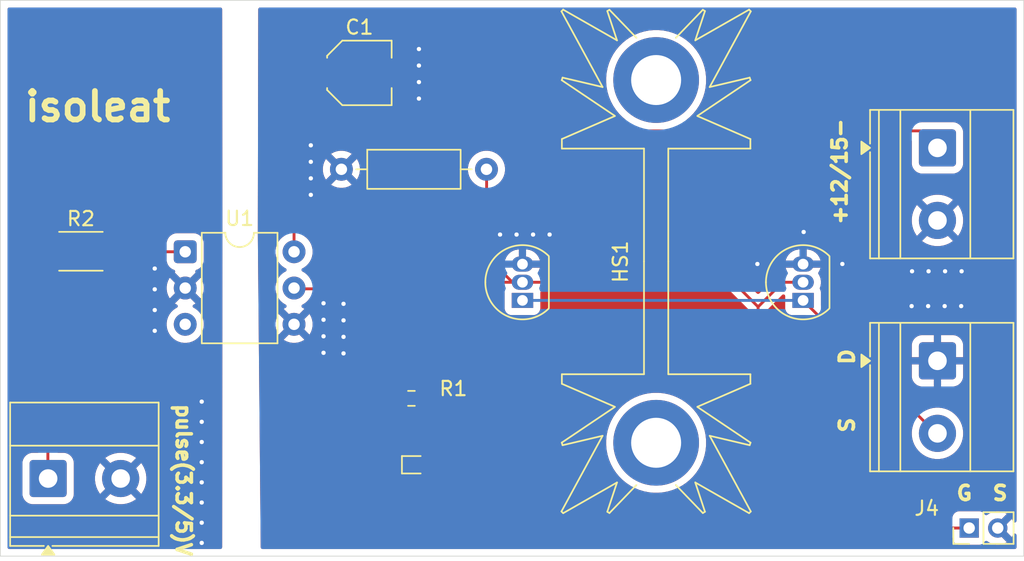
<source format=kicad_pcb>
(kicad_pcb (version 20241229) (generator "pcbnew") (generator_version "9.0")
  (layers (0 "F.Cu" signal) (2 "B.Cu" signal) (13 "F.Paste" user) (15 "B.Paste" user) (5 "F.SilkS" user "F.Silkscreen") (7 "B.SilkS" user "B.Silkscreen") (1 "F.Mask" user) (3 "B.Mask" user) (25 "Edge.Cuts" user))
  (net 0 "")
  (net 1 "GND")
  (net 2 "Net-(J2-Pin_1)")
  (net 3 "Net-(D1-K)")
  (net 4 "Net-(D1-A)")
  (net 5 "GND1")
  (net 6 "Net-(J1-Pin_1)")
  (net 7 "Net-(J3-Pin_2)")
  (net 8 "Net-(R2-Pad2)")
  (footprint "TerminalBlock_Phoenix:TerminalBlock_Phoenix_MKDS-1,5-2-5.08_1x02_P5.08mm_Horizontal" (layer "F.Cu") (at 181.09 95.32 -90)
    (property "Reference" "J3" (hide yes))
    (property "Value" "Screw_Terminal_01x02" (hide yes))
    (fp_line (start -2.66 4.72) (end -0.3 4.72) (stroke (width 0.12)) (layer "F.SilkS"))
    (fp_line (start 0.3 4.72) (end 7.74 4.72) (stroke (width 0.12)) (layer "F.SilkS"))
    (fp_line (start -2.66 4.1) (end 7.74 4.1) (stroke (width 0.12)) (layer "F.SilkS"))
    (fp_line (start -2.66 2.6) (end 7.74 2.6) (stroke (width 0.12)) (layer "F.SilkS"))
    (fp_line (start -2.66 -2.3) (end 7.74 -2.3) (stroke (width 0.12)) (layer "F.SilkS"))
    (fp_line (start -2.66 -5.32) (end -2.66 4.72) (stroke (width 0.12)) (layer "F.SilkS"))
    (fp_line (start -2.66 -5.32) (end 7.74 -5.32) (stroke (width 0.12)) (layer "F.SilkS"))
    (fp_line (start 7.74 -5.32) (end 7.74 4.72) (stroke (width 0.12)) (layer "F.SilkS"))
    (fp_poly (pts (xy 0 4.72) (xy 0.44 5.33) (xy -0.44 5.33)) (stroke (width 0.12)) (fill yes) (layer "F.SilkS"))
    (pad "1" thru_hole roundrect (at 0 0 270) (size 2.6 2.6) (drill 1.3) (layers "*.Cu" "*.Mask") (roundrect_rratio 0.096154) (net 1 "GND"))
    (pad "2" thru_hole circle (at 5.08 0 270) (size 2.6 2.6) (drill 1.3) (layers "*.Cu" "*.Mask") (net 7 "Net-(J3-Pin_2)"))
  )
  (footprint "Connector_PinHeader_2.00mm:PinHeader_1x02_P2.00mm_Vertical" (layer "F.Cu") (at 183.31 107.03 90)
    (property "Reference" "J4" (at 1.38 -2.97 180) (layer "F.SilkS"))
    (property "Value" "Conn_01x02" (hide yes))
    (fp_line (start -1.11 -1.11) (end 0 -1.11) (stroke (width 0.12)) (layer "F.SilkS"))
    (fp_line (start -1.11 0) (end -1.11 -1.11) (stroke (width 0.12)) (layer "F.SilkS"))
    (fp_line (start 1.11 1) (end 1.11 3.11) (stroke (width 0.12)) (layer "F.SilkS"))
    (fp_line (start -1.11 1) (end 1.11 1) (stroke (width 0.12)) (layer "F.SilkS"))
    (fp_line (start -1.11 1) (end -1.11 3.11) (stroke (width 0.12)) (layer "F.SilkS"))
    (fp_line (start -1.11 3.11) (end 1.11 3.11) (stroke (width 0.12)) (layer "F.SilkS"))
    (pad "1" thru_hole rect (at 0 0 90) (size 1.35 1.35) (drill 0.8) (layers "*.Cu" "*.Mask") (net 4 "Net-(D1-A)"))
    (pad "2" thru_hole circle (at 0 2 90) (size 1.35 1.35) (drill 0.8) (layers "*.Cu" "*.Mask") (net 1 "GND"))
  )
  (footprint "TerminalBlock_Phoenix:TerminalBlock_Phoenix_MKDS-1,5-2-5.08_1x02_P5.08mm_Horizontal" (layer "F.Cu") (at 118.815 103.5625)
    (property "Reference" "J1" (hide yes))
    (property "Value" "Screw_Terminal_01x02" (hide yes))
    (fp_line (start -2.66 -5.32) (end -2.66 4.72) (stroke (width 0.12)) (layer "F.SilkS"))
    (fp_line (start -2.66 -5.32) (end 7.74 -5.32) (stroke (width 0.12)) (layer "F.SilkS"))
    (fp_line (start -2.66 -2.3) (end 7.74 -2.3) (stroke (width 0.12)) (layer "F.SilkS"))
    (fp_line (start -2.66 2.6) (end 7.74 2.6) (stroke (width 0.12)) (layer "F.SilkS"))
    (fp_line (start -2.66 4.1) (end 7.74 4.1) (stroke (width 0.12)) (layer "F.SilkS"))
    (fp_line (start -2.66 4.72) (end -0.3 4.72) (stroke (width 0.12)) (layer "F.SilkS"))
    (fp_line (start 0.3 4.72) (end 7.74 4.72) (stroke (width 0.12)) (layer "F.SilkS"))
    (fp_line (start 7.74 -5.32) (end 7.74 4.72) (stroke (width 0.12)) (layer "F.SilkS"))
    (fp_poly (pts (xy 0 4.72) (xy 0.44 5.33) (xy -0.44 5.33)) (stroke (width 0.12)) (fill yes) (layer "F.SilkS"))
    (pad "1" thru_hole roundrect (at 0 0) (size 2.6 2.6) (drill 1.3) (layers "*.Cu" "*.Mask") (roundrect_rratio 0.096154) (net 6 "Net-(J1-Pin_1)"))
    (pad "2" thru_hole circle (at 5.08 0) (size 2.6 2.6) (drill 1.3) (layers "*.Cu" "*.Mask") (net 5 "GND1"))
  )
  (footprint "Diode_SMD:D_SOD-882" (layer "F.Cu") (at 144.4 102.6)
    (property "Reference" "D1" (hide yes))
    (property "Value" "D_Small")
    (fp_line (start -0.81 -0.61) (end -0.81 0.61) (stroke (width 0.12)) (layer "F.SilkS"))
    (fp_line (start -0.81 -0.61) (end 0.5 -0.61) (stroke (width 0.12)) (layer "F.SilkS"))
    (fp_line (start -0.81 0.61) (end 0.5 0.61) (stroke (width 0.12)) (layer "F.SilkS"))
    (pad "1" smd roundrect (at -0.35 0) (size 0.4 0.7) (layers "F.Cu" "F.Mask") (roundrect_rratio 0.125) (net 3 "Net-(D1-K)"))
    (pad "2" smd roundrect (at 0.35 0) (size 0.4 0.7) (layers "F.Cu" "F.Mask") (roundrect_rratio 0.125) (net 4 "Net-(D1-A)"))
  )
  (footprint "Package_TO_SOT_THT:TO-92_Inline" (layer "F.Cu") (at 171.68 91.09 90)
    (property "Reference" "Q2" (hide yes))
    (property "Value" "BS108" (hide yes))
    (fp_line (start -0.53 1.85) (end 3.07 1.85) (stroke (width 0.12)) (layer "F.SilkS"))
    (fp_arc (start 1.27 -2.6) (mid 3.672087 -0.994977) (end 3.108478 1.838478) (stroke (width 0.12)) (layer "F.SilkS"))
    (fp_arc (start -0.568478 1.838478) (mid -1.132087 -0.994977) (end 1.27 -2.6) (stroke (width 0.12)) (layer "F.SilkS"))
    (pad "1" thru_hole rect (at 0 0 90) (size 1.05 1.5) (drill 0.75) (layers "*.Cu" "*.Mask") (net 7 "Net-(J3-Pin_2)"))
    (pad "2" thru_hole oval (at 1.27 0 90) (size 1.05 1.5) (drill 0.75) (layers "*.Cu" "*.Mask") (net 4 "Net-(D1-A)"))
    (pad "3" thru_hole oval (at 2.54 0 90) (size 1.05 1.5) (drill 0.75) (layers "*.Cu" "*.Mask") (net 1 "GND"))
  )
  (footprint "Resistor_SMD:R_0603_1608Metric" (layer "F.Cu") (at 144.255 97.95)
    (property "Reference" "R1" (at 2.935 -0.68 0) (layer "F.SilkS"))
    (property "Value" "10")
    (fp_line (start -0.237258 -0.5225) (end 0.237258 -0.5225) (stroke (width 0.12)) (layer "F.SilkS"))
    (fp_line (start -0.237258 0.5225) (end 0.237258 0.5225) (stroke (width 0.12)) (layer "F.SilkS"))
    (pad "1" smd roundrect (at -0.825 0) (size 0.8 0.95) (layers "F.Cu" "F.Mask" "F.Paste") (net 3 "Net-(D1-K)"))
    (pad "2" smd roundrect (at 0.825 0) (size 0.8 0.95) (layers "F.Cu" "F.Mask" "F.Paste") (net 4 "Net-(D1-A)"))
  )
  (footprint "Package_TO_SOT_THT:TO-92_Inline" (layer "F.Cu") (at 152.03 91.09 90)
    (property "Reference" "Q1" (hide yes))
    (property "Value" "BS108" (hide yes))
    (fp_line (start -0.53 1.85) (end 3.07 1.85) (stroke (width 0.12)) (layer "F.SilkS"))
    (fp_arc (start 1.27 -2.6) (mid 3.672087 -0.994977) (end 3.108478 1.838478) (stroke (width 0.12)) (layer "F.SilkS"))
    (fp_arc (start -0.568478 1.838478) (mid -1.132087 -0.994977) (end 1.27 -2.6) (stroke (width 0.12)) (layer "F.SilkS"))
    (pad "1" thru_hole rect (at 0 0 90) (size 1.05 1.5) (drill 0.75) (layers "*.Cu" "*.Mask") (net 7 "Net-(J3-Pin_2)"))
    (pad "2" thru_hole oval (at 1.27 0 90) (size 1.05 1.5) (drill 0.75) (layers "*.Cu" "*.Mask") (net 4 "Net-(D1-A)"))
    (pad "3" thru_hole oval (at 2.54 0 90) (size 1.05 1.5) (drill 0.75) (layers "*.Cu" "*.Mask") (net 1 "GND"))
  )
  (footprint "Resistor_THT:R_Axial_DIN0207_L6.3mm_D2.5mm_P10.16mm_Horizontal" (layer "F.Cu") (at 139.35 81.91)
    (property "Reference" "R3" (hide yes))
    (property "Value" "10k")
    (fp_line (start 1.04 0) (end 1.81 0) (stroke (width 0.12)) (layer "F.SilkS"))
    (fp_line (start 9.12 0) (end 8.35 0) (stroke (width 0.12)) (layer "F.SilkS"))
    (fp_rect (start 1.81 -1.37) (end 8.35 1.37) (stroke (width 0.12)) (fill no) (layer "F.SilkS"))
    (pad "1" thru_hole circle (at 0 0) (size 1.6 1.6) (drill 0.8) (layers "*.Cu" "*.Mask") (net 1 "GND"))
    (pad "2" thru_hole circle (at 10.16 0) (size 1.6 1.6) (drill 0.8) (layers "*.Cu" "*.Mask") (net 4 "Net-(D1-A)"))
  )
  (footprint "TerminalBlock_Phoenix:TerminalBlock_Phoenix_MKDS-1,5-2-5.08_1x02_P5.08mm_Horizontal" (layer "F.Cu") (at 181.09 80.41 -90)
    (property "Reference" "J2" (hide yes))
    (property "Value" "Screw_Terminal_01x02" (hide yes))
    (fp_line (start -2.66 4.72) (end -0.3 4.72) (stroke (width 0.12)) (layer "F.SilkS"))
    (fp_line (start 0.3 4.72) (end 7.74 4.72) (stroke (width 0.12)) (layer "F.SilkS"))
    (fp_line (start -2.66 4.1) (end 7.74 4.1) (stroke (width 0.12)) (layer "F.SilkS"))
    (fp_line (start -2.66 2.6) (end 7.74 2.6) (stroke (width 0.12)) (layer "F.SilkS"))
    (fp_line (start -2.66 -2.3) (end 7.74 -2.3) (stroke (width 0.12)) (layer "F.SilkS"))
    (fp_line (start -2.66 -5.32) (end -2.66 4.72) (stroke (width 0.12)) (layer "F.SilkS"))
    (fp_line (start -2.66 -5.32) (end 7.74 -5.32) (stroke (width 0.12)) (layer "F.SilkS"))
    (fp_line (start 7.74 -5.32) (end 7.74 4.72) (stroke (width 0.12)) (layer "F.SilkS"))
    (fp_poly (pts (xy 0 4.72) (xy 0.44 5.33) (xy -0.44 5.33)) (stroke (width 0.12)) (fill yes) (layer "F.SilkS"))
    (pad "1" thru_hole roundrect (at 0 0 270) (size 2.6 2.6) (drill 1.3) (layers "*.Cu" "*.Mask") (roundrect_rratio 0.096154) (net 2 "Net-(J2-Pin_1)"))
    (pad "2" thru_hole circle (at 5.08 0 270) (size 2.6 2.6) (drill 1.3) (layers "*.Cu" "*.Mask") (net 1 "GND"))
  )
  (footprint "Heatsink:Heatsink_Fischer_SK104-STCB_35x13mm__2xDrill3.5mm_ScrewM3" (layer "F.Cu") (at 161.39 88.36 90)
    (property "Reference" "HS1" (at -0.025 -2.5 90) (layer "F.SilkS"))
    (property "Value" "Heatsink" (hide yes))
    (fp_line (start 17.51 -6.63) (end 17.63 -6.51) (stroke (width 0.12)) (layer "F.SilkS"))
    (fp_line (start -17.51 -6.63) (end -17.63 -6.51) (stroke (width 0.12)) (layer "F.SilkS"))
    (fp_line (start 12.69 -6.61) (end 12.87 -6.55) (stroke (width 0.12)) (layer "F.SilkS"))
    (fp_line (start -12.69 -6.61) (end -12.87 -6.55) (stroke (width 0.12)) (layer "F.SilkS"))
    (fp_line (start 8.57 -6.6) (end 10.18 -2.89) (stroke (width 0.12)) (layer "F.SilkS"))
    (fp_line (start 7.9 -6.6) (end 8.57 -6.6) (stroke (width 0.12)) (layer "F.SilkS"))
    (fp_line (start -7.9 -6.6) (end -8.57 -6.6) (stroke (width 0.12)) (layer "F.SilkS"))
    (fp_line (start -8.57 -6.6) (end -10.18 -2.89) (stroke (width 0.12)) (layer "F.SilkS"))
    (fp_line (start 12.87 -6.55) (end 12.21 -3.75) (stroke (width 0.12)) (layer "F.SilkS"))
    (fp_line (start -12.87 -6.55) (end -12.21 -3.75) (stroke (width 0.12)) (layer "F.SilkS"))
    (fp_line (start 17.63 -6.51) (end 15.48 -2.74) (stroke (width 0.12)) (layer "F.SilkS"))
    (fp_line (start -17.63 -6.51) (end -15.48 -2.74) (stroke (width 0.12)) (layer "F.SilkS"))
    (fp_line (start 12.21 -3.75) (end 17.51 -6.63) (stroke (width 0.12)) (layer "F.SilkS"))
    (fp_line (start -12.21 -3.75) (end -17.51 -6.63) (stroke (width 0.12)) (layer "F.SilkS"))
    (fp_line (start 17.53 -3.42) (end 17.62 -3.27) (stroke (width 0.12)) (layer "F.SilkS"))
    (fp_line (start -17.53 -3.42) (end -17.62 -3.27) (stroke (width 0.12)) (layer "F.SilkS"))
    (fp_line (start 17.62 -3.27) (end 15.66 -1.38) (stroke (width 0.12)) (layer "F.SilkS"))
    (fp_line (start -17.62 -3.27) (end -15.66 -1.38) (stroke (width 0.12)) (layer "F.SilkS"))
    (fp_line (start 10.19 -2.89) (end 12.69 -6.61) (stroke (width 0.12)) (layer "F.SilkS"))
    (fp_line (start -10.19 -2.89) (end -12.69 -6.61) (stroke (width 0.12)) (layer "F.SilkS"))
    (fp_line (start 15.48 -2.74) (end 17.53 -3.42) (stroke (width 0.12)) (layer "F.SilkS"))
    (fp_line (start -15.48 -2.74) (end -17.53 -3.42) (stroke (width 0.12)) (layer "F.SilkS"))
    (fp_line (start 7.9 -0.85) (end 7.9 -6.6) (stroke (width 0.12)) (layer "F.SilkS"))
    (fp_line (start 0 -0.85) (end 7.9 -0.85) (stroke (width 0.12)) (layer "F.SilkS"))
    (fp_line (start 0 -0.85) (end -7.9 -0.85) (stroke (width 0.12)) (layer "F.SilkS"))
    (fp_line (start -7.9 -0.85) (end -7.9 -6.6) (stroke (width 0.12)) (layer "F.SilkS"))
    (fp_line (start 7.9 0.85) (end 7.9 6.6) (stroke (width 0.12)) (layer "F.SilkS"))
    (fp_line (start 0 0.85) (end 7.9 0.85) (stroke (width 0.12)) (layer "F.SilkS"))
    (fp_line (start 0 0.85) (end -7.9 0.85) (stroke (width 0.12)) (layer "F.SilkS"))
    (fp_line (start -7.9 0.85) (end -7.9 6.6) (stroke (width 0.12)) (layer "F.SilkS"))
    (fp_line (start 15.48 2.74) (end 17.53 3.42) (stroke (width 0.12)) (layer "F.SilkS"))
    (fp_line (start -15.48 2.74) (end -17.53 3.42) (stroke (width 0.12)) (layer "F.SilkS"))
    (fp_line (start 10.19 2.89) (end 12.69 6.61) (stroke (width 0.12)) (layer "F.SilkS"))
    (fp_line (start -10.19 2.89) (end -12.69 6.61) (stroke (width 0.12)) (layer "F.SilkS"))
    (fp_line (start 17.62 3.27) (end 15.66 1.38) (stroke (width 0.12)) (layer "F.SilkS"))
    (fp_line (start -17.62 3.27) (end -15.66 1.38) (stroke (width 0.12)) (layer "F.SilkS"))
    (fp_line (start 17.53 3.42) (end 17.62 3.27) (stroke (width 0.12)) (layer "F.SilkS"))
    (fp_line (start -17.53 3.42) (end -17.62 3.27) (stroke (width 0.12)) (layer "F.SilkS"))
    (fp_line (start 12.21 3.75) (end 17.51 6.63) (stroke (width 0.12)) (layer "F.SilkS"))
    (fp_line (start -12.21 3.75) (end -17.51 6.63) (stroke (width 0.12)) (layer "F.SilkS"))
    (fp_line (start 17.63 6.51) (end 15.48 2.74) (stroke (width 0.12)) (layer "F.SilkS"))
    (fp_line (start -17.63 6.51) (end -15.48 2.74) (stroke (width 0.12)) (layer "F.SilkS"))
    (fp_line (start 12.87 6.55) (end 12.21 3.75) (stroke (width 0.12)) (layer "F.SilkS"))
    (fp_line (start -12.87 6.55) (end -12.21 3.75) (stroke (width 0.12)) (layer "F.SilkS"))
    (fp_line (start 8.57 6.6) (end 10.18 2.89) (stroke (width 0.12)) (layer "F.SilkS"))
    (fp_line (start 7.9 6.6) (end 8.57 6.6) (stroke (width 0.12)) (layer "F.SilkS"))
    (fp_line (start -7.9 6.6) (end -8.57 6.6) (stroke (width 0.12)) (layer "F.SilkS"))
    (fp_line (start -8.57 6.6) (end -10.18 2.89) (stroke (width 0.12)) (layer "F.SilkS"))
    (fp_line (start 12.69 6.61) (end 12.87 6.55) (stroke (width 0.12)) (layer "F.SilkS"))
    (fp_line (start -12.69 6.61) (end -12.87 6.55) (stroke (width 0.12)) (layer "F.SilkS"))
    (fp_line (start 17.51 6.63) (end 17.63 6.51) (stroke (width 0.12)) (layer "F.SilkS"))
    (fp_line (start -17.51 6.63) (end -17.63 6.51) (stroke (width 0.12)) (layer "F.SilkS"))
    (pad "1" thru_hole circle (at -12.7 0 270) (size 6 6) (drill 3.5) (layers "*.Cu" "*.Mask"))
    (pad "1" thru_hole circle (at 12.7 0 90) (size 6 6) (drill 3.5) (layers "*.Cu" "*.Mask"))
  )
  (footprint "Resistor_SMD:R_2010_5025Metric" (layer "F.Cu") (at 121.11 87.65)
    (property "Reference" "R2" (at 0 -2.28 0) (layer "F.SilkS"))
    (property "Value" "220")
    (fp_line (start -1.527064 -1.36) (end 1.527064 -1.36) (stroke (width 0.12)) (layer "F.SilkS"))
    (fp_line (start -1.527064 1.36) (end 1.527064 1.36) (stroke (width 0.12)) (layer "F.SilkS"))
    (pad "1" smd roundrect (at -2.3125 0) (size 1.225 2.65) (layers "F.Cu" "F.Mask" "F.Paste") (roundrect_rratio 0.204082) (net 6 "Net-(J1-Pin_1)"))
    (pad "2" smd roundrect (at 2.3125 0) (size 1.225 2.65) (layers "F.Cu" "F.Mask" "F.Paste") (roundrect_rratio 0.204082) (net 8 "Net-(R2-Pad2)"))
  )
  (footprint "Capacitor_SMD:C_Elec_4x5.4" (layer "F.Cu") (at 140.61 75.16)
    (property "Reference" "C1" (at 0 -3.2 0) (layer "F.SilkS"))
    (property "Value" "100n")
    (fp_line (start -2.26 -1.195563) (end -2.26 -1.06) (stroke (width 0.12)) (layer "F.SilkS"))
    (fp_line (start -2.26 -1.195563) (end -1.195563 -2.26) (stroke (width 0.12)) (layer "F.SilkS"))
    (fp_line (start -2.26 1.195563) (end -2.26 1.06) (stroke (width 0.12)) (layer "F.SilkS"))
    (fp_line (start -2.26 1.195563) (end -1.195563 2.26) (stroke (width 0.12)) (layer "F.SilkS"))
    (fp_line (start -1.195563 -2.26) (end 2.26 -2.26) (stroke (width 0.12)) (layer "F.SilkS"))
    (fp_line (start -1.195563 2.26) (end 2.26 2.26) (stroke (width 0.12)) (layer "F.SilkS"))
    (fp_line (start 2.26 -2.26) (end 2.26 -1.06) (stroke (width 0.12)) (layer "F.SilkS"))
    (fp_line (start 2.26 2.26) (end 2.26 1.06) (stroke (width 0.12)) (layer "F.SilkS"))
    (pad "1" smd roundrect (at -1.675 0) (size 2.65 1.6) (layers "F.Cu" "F.Mask" "F.Paste") (roundrect_rratio 0.15625) (net 2 "Net-(J2-Pin_1)"))
    (pad "2" smd roundrect (at 1.675 0) (size 2.65 1.6) (layers "F.Cu" "F.Mask" "F.Paste") (roundrect_rratio 0.15625) (net 1 "GND"))
  )
  (footprint "Package_DIP:DIP-6_W7.62mm" (layer "F.Cu") (at 128.415 87.685)
    (property "Reference" "U1" (at 3.81 -2.33 0) (layer "F.SilkS"))
    (property "Value" "TLP3545")
    (fp_line (start 1.16 -1.33) (end 1.16 6.41) (stroke (width 0.12)) (layer "F.SilkS"))
    (fp_line (start 1.16 6.41) (end 6.46 6.41) (stroke (width 0.12)) (layer "F.SilkS"))
    (fp_line (start 2.81 -1.33) (end 1.16 -1.33) (stroke (width 0.12)) (layer "F.SilkS"))
    (fp_line (start 6.46 -1.33) (end 4.81 -1.33) (stroke (width 0.12)) (layer "F.SilkS"))
    (fp_line (start 6.46 6.41) (end 6.46 -1.33) (stroke (width 0.12)) (layer "F.SilkS"))
    (fp_arc (start 4.81 -1.33) (mid 3.81 -0.33) (end 2.81 -1.33) (stroke (width 0.12)) (layer "F.SilkS"))
    (pad "1" thru_hole roundrect (at 0 0) (size 1.6 1.6) (drill 0.8) (layers "*.Cu" "*.Mask") (roundrect_rratio 0.15625) (net 8 "Net-(R2-Pad2)"))
    (pad "2" thru_hole circle (at 0 2.54) (size 1.6 1.6) (drill 0.8) (layers "*.Cu" "*.Mask") (net 5 "GND1"))
    (pad "3" thru_hole circle (at 0 5.08) (size 1.6 1.6) (drill 0.8) (layers "*.Cu" "*.Mask"))
    (pad "4" thru_hole circle (at 7.62 5.08) (size 1.6 1.6) (drill 0.8) (layers "*.Cu" "*.Mask") (net 1 "GND"))
    (pad "5" thru_hole circle (at 7.62 2.54) (size 1.6 1.6) (drill 0.8) (layers "*.Cu" "*.Mask") (net 3 "Net-(D1-K)"))
    (pad "6" thru_hole circle (at 7.62 0) (size 1.6 1.6) (drill 0.8) (layers "*.Cu" "*.Mask") (net 2 "Net-(J2-Pin_1)"))
  )
  (gr_rect (start 115.47 70.08) (end 187.13 109) (stroke (width 0.05)) (fill no) (layer "Edge.Cuts"))
  (gr_text "isoleat" (at 116.97 78.69 0) (layer "F.SilkS") (effects (font (size 2 2) (thickness 0.4) (bold yes)) (justify left bottom)))
  (gr_text "G  S" (at 182.31 105.17 0) (layer "F.SilkS") (effects (font (size 1 1) (thickness 0.25) (bold yes)) (justify left bottom)))
  (gr_text "S     D" (at 175.34 100.46 90) (layer "F.SilkS") (effects (font (size 1 1) (thickness 0.25) (bold yes)) (justify left bottom)))
  (gr_text "pulse(3.3/5)V" (at 127.71 98.22 270) (layer "F.SilkS") (effects (font (size 1 1) (thickness 0.25) (bold yes)) (justify left bottom)))
  (gr_text "+12/15-" (at 174.83 85.9 90) (layer "F.SilkS") (effects (font (size 1 1) (thickness 0.25) (bold yes)) (justify left bottom)))
  (via (at 138.1 94.76) (size 0.6) (drill 0.3) (layers "F.Cu" "B.Cu") (net 1))
  (via (at 150.46 86.48) (size 0.6) (drill 0.3) (layers "F.Cu" "B.Cu") (net 1))
  (via (at 144.78 76.96) (size 0.6) (drill 0.3) (layers "F.Cu" "B.Cu") (net 1))
  (via (at 179.31 89.05) (size 0.6) (drill 0.3) (layers "F.Cu" "B.Cu") (net 1))
  (via (at 137.21 82.543333) (size 0.6) (drill 0.3) (layers "F.Cu" "B.Cu") (net 1))
  (via (at 138.1 93.603333) (size 0.6) (drill 0.3) (layers "F.Cu" "B.Cu") (net 1))
  (via (at 137.21 80.23) (size 0.6) (drill 0.3) (layers "F.Cu" "B.Cu") (net 1))
  (via (at 144.78 75.803333) (size 0.6) (drill 0.3) (layers "F.Cu" "B.Cu") (net 1))
  (via (at 137.21 83.7) (size 0.6) (drill 0.3) (layers "F.Cu" "B.Cu") (net 1))
  (via (at 139.5 93.643333) (size 0.6) (drill 0.3) (layers "F.Cu" "B.Cu") (net 1))
  (via (at 171.72 86.3) (size 0.6) (drill 0.3) (layers "F.Cu" "B.Cu") (net 1))
  (via (at 174.43 88.54) (size 0.6) (drill 0.3) (layers "F.Cu" "B.Cu") (net 1))
  (via (at 139.5 91.33) (size 0.6) (drill 0.3) (layers "F.Cu" "B.Cu") (net 1))
  (via (at 151.616667 86.48) (size 0.6) (drill 0.3) (layers "F.Cu" "B.Cu") (net 1))
  (via (at 139.5 94.8) (size 0.6) (drill 0.3) (layers "F.Cu" "B.Cu") (net 1))
  (via (at 180.436667 91.49) (size 0.6) (drill 0.3) (layers "F.Cu" "B.Cu") (net 1))
  (via (at 152.773333 86.48) (size 0.6) (drill 0.3) (layers "F.Cu" "B.Cu") (net 1))
  (via (at 168.48 88.54) (size 0.6) (drill 0.3) (layers "F.Cu" "B.Cu") (net 1))
  (via (at 182.75 91.49) (size 0.6) (drill 0.3) (layers "F.Cu" "B.Cu") (net 1))
  (via (at 137.21 81.386667) (size 0.6) (drill 0.3) (layers "F.Cu" "B.Cu") (net 1))
  (via (at 139.5 92.486667) (size 0.6) (drill 0.3) (layers "F.Cu" "B.Cu") (net 1))
  (via (at 179.28 91.49) (size 0.6) (drill 0.3) (layers "F.Cu" "B.Cu") (net 1))
  (via (at 181.593333 91.49) (size 0.6) (drill 0.3) (layers "F.Cu" "B.Cu") (net 1))
  (via (at 180.466667 89.05) (size 0.6) (drill 0.3) (layers "F.Cu" "B.Cu") (net 1))
  (via (at 144.78 73.49) (size 0.6) (drill 0.3) (layers "F.Cu" "B.Cu") (net 1))
  (via (at 153.93 86.48) (size 0.6) (drill 0.3) (layers "F.Cu" "B.Cu") (net 1))
  (via (at 144.78 74.646667) (size 0.6) (drill 0.3) (layers "F.Cu" "B.Cu") (net 1))
  (via (at 181.623333 89.05) (size 0.6) (drill 0.3) (layers "F.Cu" "B.Cu") (net 1))
  (via (at 138.1 91.29) (size 0.6) (drill 0.3) (layers "F.Cu" "B.Cu") (net 1))
  (via (at 182.78 89.05) (size 0.6) (drill 0.3) (layers "F.Cu" "B.Cu") (net 1))
  (via (at 138.1 92.446667) (size 0.6) (drill 0.3) (layers "F.Cu" "B.Cu") (net 1))
  (segment (start 136.035 78.06) (end 136.035 87.685) (width 0.2) (layer "F.Cu") (net 2))
  (segment (start 138.935 75.16) (end 138.935 77.715) (width 0.2) (layer "F.Cu") (net 2))
  (segment (start 138.935 75.16) (end 136.035 78.06) (width 0.2) (layer "F.Cu") (net 2))
  (segment (start 140.44 79.22) (end 179.9 79.22) (width 0.2) (layer "F.Cu") (net 2))
  (segment (start 179.9 79.22) (end 181.09 80.41) (width 0.2) (layer "F.Cu") (net 2))
  (segment (start 138.935 77.715) (end 140.44 79.22) (width 0.2) (layer "F.Cu") (net 2))
  (segment (start 143.43 97.95) (end 143.43 101.98) (width 0.2) (layer "F.Cu") (net 3))
  (segment (start 143.43 101.98) (end 144.05 102.6) (width 0.2) (layer "F.Cu") (net 3))
  (segment (start 143.43 97.95) (end 143.43 92.3) (width 0.2) (layer "F.Cu") (net 3))
  (segment (start 141.41 90.28) (end 136.09 90.28) (width 0.2) (layer "F.Cu") (net 3))
  (segment (start 136.09 90.28) (end 136.035 90.225) (width 0.2) (layer "F.Cu") (net 3))
  (segment (start 143.43 92.3) (end 141.41 90.28) (width 0.2) (layer "F.Cu") (net 3))
  (segment (start 168.53 91.54) (end 170.25 89.82) (width 0.2) (layer "F.Cu") (net 4))
  (segment (start 151.33 89.82) (end 152.03 89.82) (width 0.2) (layer "F.Cu") (net 4))
  (segment (start 149.52 81.92) (end 149.52 88.01) (width 0.2) (layer "F.Cu") (net 4))
  (segment (start 145.08 102.27) (end 144.75 102.6) (width 0.2) (layer "F.Cu") (net 4))
  (segment (start 150.3 89.82) (end 152.03 89.82) (width 0.2) (layer "F.Cu") (net 4))
  (segment (start 168.53 104.49) (end 168.53 91.54) (width 0.2) (layer "F.Cu") (net 4))
  (segment (start 152.03 89.82) (end 166.81 89.82) (width 0.2) (layer "F.Cu") (net 4))
  (segment (start 145.08 97.95) (end 145.08 95.04) (width 0.2) (layer "F.Cu") (net 4))
  (segment (start 149.52 88.01) (end 151.33 89.82) (width 0.2) (layer "F.Cu") (net 4))
  (segment (start 149.51 81.91) (end 149.52 81.92) (width 0.2) (layer "F.Cu") (net 4))
  (segment (start 166.81 89.82) (end 168.53 91.54) (width 0.2) (layer "F.Cu") (net 4))
  (segment (start 171.07 107.03) (end 168.53 104.49) (width 0.2) (layer "F.Cu") (net 4))
  (segment (start 145.08 95.04) (end 150.3 89.82) (width 0.2) (layer "F.Cu") (net 4))
  (segment (start 145.08 97.95) (end 145.08 102.27) (width 0.2) (layer "F.Cu") (net 4))
  (segment (start 183.31 107.03) (end 171.07 107.03) (width 0.2) (layer "F.Cu") (net 4))
  (segment (start 170.25 89.82) (end 171.68 89.82) (width 0.2) (layer "F.Cu") (net 4))
  (via (at 126.28 93.22) (size 0.6) (drill 0.3) (layers "F.Cu" "B.Cu") (net 5))
  (via (at 129.57 98.18) (size 0.6) (drill 0.3) (layers "F.Cu" "B.Cu") (net 5))
  (via (at 126.28 90.313333) (size 0.6) (drill 0.3) (layers "F.Cu" "B.Cu") (net 5))
  (via (at 126.28 88.86) (size 0.6) (drill 0.3) (layers "F.Cu" "B.Cu") (net 5))
  (via (at 129.57 99.592857) (size 0.6) (drill 0.3) (layers "F.Cu" "B.Cu") (net 5))
  (via (at 129.57 108.07) (size 0.6) (drill 0.3) (layers "F.Cu" "B.Cu") (net 5))
  (via (at 129.57 102.418571) (size 0.6) (drill 0.3) (layers "F.Cu" "B.Cu") (net 5))
  (via (at 129.57 106.657143) (size 0.6) (drill 0.3) (layers "F.Cu" "B.Cu") (net 5))
  (via (at 126.28 91.766667) (size 0.6) (drill 0.3) (layers "F.Cu" "B.Cu") (net 5))
  (via (at 129.57 101.005714) (size 0.6) (drill 0.3) (layers "F.Cu" "B.Cu") (net 5))
  (via (at 129.57 103.831429) (size 0.6) (drill 0.3) (layers "F.Cu" "B.Cu") (net 5))
  (via (at 129.57 105.244286) (size 0.6) (drill 0.3) (layers "F.Cu" "B.Cu") (net 5))
  (segment (start 118.7975 87.65) (end 118.7975 103.545) (width 0.2) (layer "F.Cu") (net 6))
  (segment (start 118.7975 103.545) (end 118.815 103.5625) (width 0.2) (layer "F.Cu") (net 6))
  (segment (start 181.09 100.4) (end 180.99 100.4) (width 0.2) (layer "F.Cu") (net 7))
  (segment (start 180.99 100.4) (end 171.68 91.09) (width 0.2) (layer "F.Cu") (net 7))
  (segment (start 152.03 91.09) (end 171.68 91.09) (width 0.2) (layer "B.Cu") (net 7))
  (segment (start 128.415 87.685) (end 123.4575 87.685) (width 0.2) (layer "F.Cu") (net 8))
  (segment (start 123.4575 87.685) (end 123.4225 87.65) (width 0.2) (layer "F.Cu") (net 8))
  (zone (net 5) (net_name "GND1") (layers "F.Cu" "B.Cu") (connect_pads (clearance 0.5)) (min_thickness 0.25) (fill yes (thermal_gap 0.5) (thermal_bridge_width 0.5))
    (polygon (pts (xy 115.47 70.08) (xy 115.47 109) (xy 131 109.01) (xy 131.02 85.36) (xy 131 70.08)))
  )
  (zone (net 1) (net_name "GND") (layers "F.Cu" "B.Cu") (priority 1) (connect_pads (clearance 0.5)) (min_thickness 0.25) (fill yes (thermal_gap 0.5) (thermal_bridge_width 0.5))
    (polygon (pts (xy 133.5 86.43) (xy 133.53 70.08) (xy 187.13 70.08) (xy 187.13 109) (xy 133.71 109.08) (xy 133.5 86.42) (xy 133.5 86.33) (xy 133.5 86.46)))
  )
)
</source>
